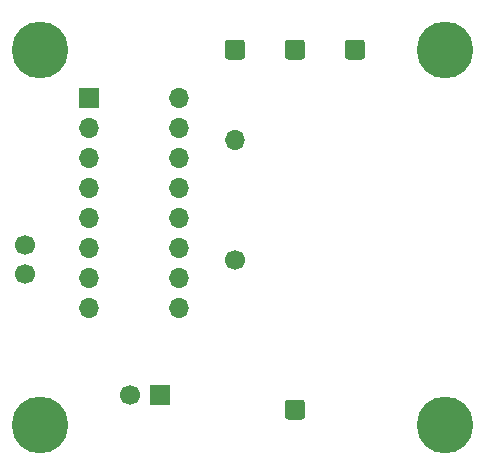
<source format=gbs>
%TF.GenerationSoftware,KiCad,Pcbnew,(5.1.6)-1*%
%TF.CreationDate,2020-08-15T20:34:50-04:00*%
%TF.ProjectId,VCO,56434f2e-6b69-4636-9164-5f7063625858,rev?*%
%TF.SameCoordinates,Original*%
%TF.FileFunction,Soldermask,Bot*%
%TF.FilePolarity,Negative*%
%FSLAX46Y46*%
G04 Gerber Fmt 4.6, Leading zero omitted, Abs format (unit mm)*
G04 Created by KiCad (PCBNEW (5.1.6)-1) date 2020-08-15 20:34:50*
%MOMM*%
%LPD*%
G01*
G04 APERTURE LIST*
%ADD10C,4.800000*%
%ADD11O,1.700000X1.700000*%
%ADD12R,1.700000X1.700000*%
%ADD13C,1.700000*%
G04 APERTURE END LIST*
D10*
%TO.C,REF\u002A\u002A*%
X154940000Y-115570000D03*
%TD*%
%TO.C,REF\u002A\u002A*%
X120650000Y-115570000D03*
%TD*%
%TO.C,REF\u002A\u002A*%
X120650000Y-83820000D03*
%TD*%
%TO.C,REF\u002A\u002A*%
X154940000Y-83820000D03*
%TD*%
%TO.C,GND*%
G36*
G01*
X141390000Y-84404375D02*
X141390000Y-83235625D01*
G75*
G02*
X141655625Y-82970000I265625J0D01*
G01*
X142824375Y-82970000D01*
G75*
G02*
X143090000Y-83235625I0J-265625D01*
G01*
X143090000Y-84404375D01*
G75*
G02*
X142824375Y-84670000I-265625J0D01*
G01*
X141655625Y-84670000D01*
G75*
G02*
X141390000Y-84404375I0J265625D01*
G01*
G37*
%TD*%
%TO.C,VDD*%
G36*
G01*
X136310000Y-84404375D02*
X136310000Y-83235625D01*
G75*
G02*
X136575625Y-82970000I265625J0D01*
G01*
X137744375Y-82970000D01*
G75*
G02*
X138010000Y-83235625I0J-265625D01*
G01*
X138010000Y-84404375D01*
G75*
G02*
X137744375Y-84670000I-265625J0D01*
G01*
X136575625Y-84670000D01*
G75*
G02*
X136310000Y-84404375I0J265625D01*
G01*
G37*
%TD*%
%TO.C,VCO OUT*%
G36*
G01*
X141390000Y-114884375D02*
X141390000Y-113715625D01*
G75*
G02*
X141655625Y-113450000I265625J0D01*
G01*
X142824375Y-113450000D01*
G75*
G02*
X143090000Y-113715625I0J-265625D01*
G01*
X143090000Y-114884375D01*
G75*
G02*
X142824375Y-115150000I-265625J0D01*
G01*
X141655625Y-115150000D01*
G75*
G02*
X141390000Y-114884375I0J265625D01*
G01*
G37*
%TD*%
%TO.C,VCO IN*%
G36*
G01*
X146470000Y-84404375D02*
X146470000Y-83235625D01*
G75*
G02*
X146735625Y-82970000I265625J0D01*
G01*
X147904375Y-82970000D01*
G75*
G02*
X148170000Y-83235625I0J-265625D01*
G01*
X148170000Y-84404375D01*
G75*
G02*
X147904375Y-84670000I-265625J0D01*
G01*
X146735625Y-84670000D01*
G75*
G02*
X146470000Y-84404375I0J265625D01*
G01*
G37*
%TD*%
D11*
%TO.C,U1*%
X132430000Y-87890000D03*
X124810000Y-105670000D03*
X132430000Y-90430000D03*
X124810000Y-103130000D03*
X132430000Y-92970000D03*
X124810000Y-100590000D03*
X132430000Y-95510000D03*
X124810000Y-98050000D03*
X132430000Y-98050000D03*
X124810000Y-95510000D03*
X132430000Y-100590000D03*
X124810000Y-92970000D03*
X132430000Y-103130000D03*
X124810000Y-90430000D03*
X132430000Y-105670000D03*
D12*
X124810000Y-87890000D03*
%TD*%
D11*
%TO.C,R1*%
X137160000Y-91440000D03*
D13*
X137160000Y-101600000D03*
%TD*%
%TO.C,C2*%
X128310000Y-113030000D03*
D12*
X130810000Y-113030000D03*
%TD*%
D13*
%TO.C,C1*%
X119380000Y-102830000D03*
X119380000Y-100330000D03*
%TD*%
M02*

</source>
